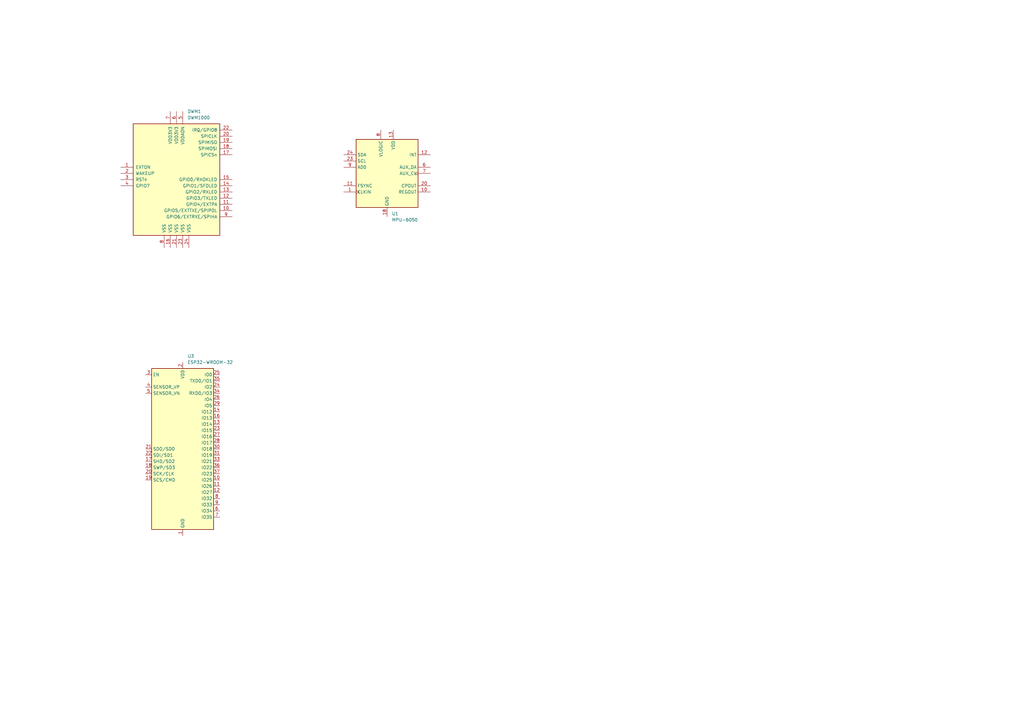
<source format=kicad_sch>
(kicad_sch (version 20230121) (generator eeschema)
  (paper "A3")
  (lib_symbols
    (symbol "RF_Module:DWM1000" (pin_names (offset 1.016))
      (property "Reference" "DWM" (at 7.62 25.4 0))
      (property "Value" "DWM1000" (at 1.27 3.81 0))
      (symbol "DWM1000_0_1"
        (rectangle (start 17.78 22.86) (end -17.78 -22.86) (stroke (width 0.254)) (fill (type background)))
      )
      (symbol "DWM1000_1_1"
        (pin output line (at -22.86 5.08 0) (length 5.08) (name "EXTON") (number "1"))
        (pin bidirectional line (at 22.86 -12.7 180) (length 5.08) (name "GPIO5/EXTTXE/SPIPOL") (number "10"))
        (pin bidirectional line (at 22.86 -10.16 180) (length 5.08) (name "GPIO4/EXTPA") (number "11"))
        (pin bidirectional line (at 22.86 -7.62 180) (length 5.08) (name "GPIO3/TXLED") (number "12"))
        (pin bidirectional line (at 22.86 -5.08 180) (length 5.08) (name "GPIO2/RXLED") (number "13"))
        (pin bidirectional line (at 22.86 -2.54 180) (length 5.08) (name "GPIO1/SFDLED") (number "14"))
        (pin bidirectional line (at 22.86 0 180) (length 5.08) (name "GPIO0/RXOKLED") (number "15"))
        (pin power_in line (at -2.54 -27.94 90) (length 5.08) (name "VSS") (number "16"))
        (pin input line (at 22.86 10.16 180) (length 5.08) (name "SPICSn") (number "17"))
        (pin input line (at 22.86 12.7 180) (length 5.08) (name "SPIMOSI") (number "18"))
        (pin output line (at 22.86 15.24 180) (length 5.08) (name "SPIMISO") (number "19"))
        (pin bidirectional line (at -22.86 2.54 0) (length 5.08) (name "WAKEUP") (number "2"))
        (pin input line (at 22.86 17.78 180) (length 5.08) (name "SPICLK") (number "20"))
        (pin power_in line (at 0 -27.94 90) (length 5.08) (name "VSS") (number "21"))
        (pin bidirectional line (at 22.86 20.32 180) (length 5.08) (name "IRQ/GPIO8") (number "22"))
        (pin power_in line (at 2.54 -27.94 90) (length 5.08) (name "VSS") (number "23"))
        (pin power_in line (at 5.08 -27.94 90) (length 5.08) (name "VSS") (number "24"))
        (pin bidirectional line (at -22.86 0 0) (length 5.08) (name "RSTn") (number "3"))
        (pin bidirectional line (at -22.86 -2.54 0) (length 5.08) (name "GPIO7") (number "4"))
        (pin power_in line (at 2.54 27.94 270) (length 5.08) (name "VDDAON") (number "5"))
        (pin power_in line (at 0 27.94 270) (length 5.08) (name "VDD3V3") (number "6"))
        (pin power_in line (at -2.54 27.94 270) (length 5.08) (name "VDD3V3") (number "7"))
        (pin power_in line (at -5.08 -27.94 90) (length 5.08) (name "VSS") (number "8"))
        (pin bidirectional line (at 22.86 -15.24 180) (length 5.08) (name "GPIO6/EXTRXE/SPIHA") (number "9"))
      )
    )
    (symbol "RF_Module:ESP32-WROOM-32"
      (property "Reference" "U" (at -12.7 34.29 0))
      (property "Value" "ESP32-WROOM-32" (at 1.27 34.29 0))
      (symbol "ESP32-WROOM-32_0_1"
        (rectangle (start -12.7 33.02) (end 12.7 -33.02) (stroke (width 0.254)) (fill (type background)))
      )
      (symbol "ESP32-WROOM-32_1_1"
        (pin power_in line (at 0 -35.56 90) (length 2.54) (name "GND") (number "1"))
        (pin bidirectional line (at 15.24 -12.7 180) (length 2.54) (name "IO25") (number "10"))
        (pin bidirectional line (at 15.24 -15.24 180) (length 2.54) (name "IO26") (number "11"))
        (pin bidirectional line (at 15.24 -17.78 180) (length 2.54) (name "IO27") (number "12"))
        (pin bidirectional line (at 15.24 10.16 180) (length 2.54) (name "IO14") (number "13"))
        (pin bidirectional line (at 15.24 15.24 180) (length 2.54) (name "IO12") (number "14"))
        (pin passive line (at 0 -35.56 90) (length 2.54) hide (name "GND") (number "15"))
        (pin bidirectional line (at 15.24 12.7 180) (length 2.54) (name "IO13") (number "16"))
        (pin bidirectional line (at -15.24 -5.08 0) (length 2.54) (name "SHD/SD2") (number "17"))
        (pin bidirectional line (at -15.24 -7.62 0) (length 2.54) (name "SWP/SD3") (number "18"))
        (pin bidirectional line (at -15.24 -12.7 0) (length 2.54) (name "SCS/CMD") (number "19"))
        (pin power_in line (at 0 35.56 270) (length 2.54) (name "VDD") (number "2"))
        (pin bidirectional line (at -15.24 -10.16 0) (length 2.54) (name "SCK/CLK") (number "20"))
        (pin bidirectional line (at -15.24 0 0) (length 2.54) (name "SDO/SD0") (number "21"))
        (pin bidirectional line (at -15.24 -2.54 0) (length 2.54) (name "SDI/SD1") (number "22"))
        (pin bidirectional line (at 15.24 7.62 180) (length 2.54) (name "IO15") (number "23"))
        (pin bidirectional line (at 15.24 25.4 180) (length 2.54) (name "IO2") (number "24"))
        (pin bidirectional line (at 15.24 30.48 180) (length 2.54) (name "IO0") (number "25"))
        (pin bidirectional line (at 15.24 20.32 180) (length 2.54) (name "IO4") (number "26"))
        (pin bidirectional line (at 15.24 5.08 180) (length 2.54) (name "IO16") (number "27"))
        (pin bidirectional line (at 15.24 2.54 180) (length 2.54) (name "IO17") (number "28"))
        (pin bidirectional line (at 15.24 17.78 180) (length 2.54) (name "IO5") (number "29"))
        (pin input line (at -15.24 30.48 0) (length 2.54) (name "EN") (number "3"))
        (pin bidirectional line (at 15.24 0 180) (length 2.54) (name "IO18") (number "30"))
        (pin bidirectional line (at 15.24 -2.54 180) (length 2.54) (name "IO19") (number "31"))
        (pin no_connect line (at -12.7 -27.94 0) (length 2.54) hide (name "NC") (number "32"))
        (pin bidirectional line (at 15.24 -5.08 180) (length 2.54) (name "IO21") (number "33"))
        (pin bidirectional line (at 15.24 22.86 180) (length 2.54) (name "RXD0/IO3") (number "34"))
        (pin bidirectional line (at 15.24 27.94 180) (length 2.54) (name "TXD0/IO1") (number "35"))
        (pin bidirectional line (at 15.24 -7.62 180) (length 2.54) (name "IO22") (number "36"))
        (pin bidirectional line (at 15.24 -10.16 180) (length 2.54) (name "IO23") (number "37"))
        (pin passive line (at 0 -35.56 90) (length 2.54) hide (name "GND") (number "38"))
        (pin passive line (at 0 -35.56 90) (length 2.54) hide (name "GND") (number "39"))
        (pin input line (at -15.24 25.4 0) (length 2.54) (name "SENSOR_VP") (number "4"))
        (pin input line (at -15.24 22.86 0) (length 2.54) (name "SENSOR_VN") (number "5"))
        (pin input line (at 15.24 -25.4 180) (length 2.54) (name "IO34") (number "6"))
        (pin input line (at 15.24 -27.94 180) (length 2.54) (name "IO35") (number "7"))
        (pin bidirectional line (at 15.24 -20.32 180) (length 2.54) (name "IO32") (number "8"))
        (pin bidirectional line (at 15.24 -22.86 180) (length 2.54) (name "IO33") (number "9"))
      )
    )
    (symbol "Sensor_Motion:MPU-6050"
      (property "Reference" "U" (at -11.43 13.97 0))
      (property "Value" "MPU-6050" (at 7.62 -15.24 0))
      (symbol "MPU-6050_0_0"
        (text "" (at 12.7 -2.54 0) (effects (font (size 1.27 1.27))))
      )
      (symbol "MPU-6050_0_1"
        (rectangle (start -12.7 13.97) (end 12.7 -13.97) (stroke (width 0.254)) (fill (type background)))
      )
      (symbol "MPU-6050_1_1"
        (pin input clock (at -17.78 -7.62 0) (length 5.08) (name "CLKIN") (number "1"))
        (pin passive line (at 17.78 -7.62 180) (length 5.08) (name "REGOUT") (number "10"))
        (pin input line (at -17.78 -5.08 0) (length 5.08) (name "FSYNC") (number "11"))
        (pin output line (at 17.78 7.62 180) (length 5.08) (name "INT") (number "12"))
        (pin power_in line (at 2.54 17.78 270) (length 3.81) (name "VDD") (number "13"))
        (pin no_connect line (at -12.7 -10.16 0) (length 2.54) hide (name "NC") (number "14"))
        (pin no_connect line (at 12.7 12.7 180) (length 2.54) hide (name "NC") (number "15"))
        (pin no_connect line (at 12.7 10.16 180) (length 2.54) hide (name "NC") (number "16"))
        (pin no_connect line (at 12.7 5.08 180) (length 2.54) hide (name "NC") (number "17"))
        (pin power_in line (at 0 -17.78 90) (length 3.81) (name "GND") (number "18"))
        (pin no_connect line (at 12.7 -10.16 180) (length 2.54) hide (name "RESV") (number "19"))
        (pin no_connect line (at -12.7 12.7 0) (length 2.54) hide (name "NC") (number "2"))
        (pin passive line (at 17.78 -5.08 180) (length 5.08) (name "CPOUT") (number "20"))
        (pin no_connect line (at 12.7 -2.54 180) (length 2.54) hide (name "RESV") (number "21"))
        (pin no_connect line (at 12.7 -12.7 180) (length 2.54) hide (name "RESV") (number "22"))
        (pin input line (at -17.78 5.08 0) (length 5.08) (name "SCL") (number "23"))
        (pin bidirectional line (at -17.78 7.62 0) (length 5.08) (name "SDA") (number "24"))
        (pin no_connect line (at -12.7 10.16 0) (length 2.54) hide (name "NC") (number "3"))
        (pin no_connect line (at -12.7 0 0) (length 2.54) hide (name "NC") (number "4"))
        (pin no_connect line (at -12.7 -2.54 0) (length 2.54) hide (name "NC") (number "5"))
        (pin bidirectional line (at 17.78 2.54 180) (length 5.08) (name "AUX_DA") (number "6"))
        (pin output clock (at 17.78 0 180) (length 5.08) (name "AUX_CL") (number "7"))
        (pin power_in line (at -2.54 17.78 270) (length 3.81) (name "VLOGIC") (number "8"))
        (pin input line (at -17.78 2.54 0) (length 5.08) (name "AD0") (number "9"))
      )
    )
  )
  (symbol (lib_id "RF_Module:DWM1000") (at 72.39 73.66 0) (unit 1)
    (property "Reference" "DWM1" (at 76.8859 45.72 0) (effects (justify left)))
    (property "Value" "DWM1000" (at 76.8859 48.26 0) (effects (justify left)))
    (property "Footprint" "RF_Module:DWM1000" (effects hide))
    (property "Datasheet" "https://www.decawave.com/sites/default/files/resources/dwm1000-datasheet-v1.3.pdf" (effects hide))
  )
  (symbol (lib_id "Sensor_Motion:MPU-6050") (at 158.75 71.12 0) (unit 1)
    (property "Reference" "U1" (at 160.7059 87.63 0) (effects (justify left)))
    (property "Value" "MPU-6050" (at 160.7059 90.17 0) (effects (justify left)))
    (property "Footprint" "Sensor_Motion:InvenSense_QFN-24_4x4mm_P0.5mm" (effects hide))
    (property "Datasheet" "https://invensense.tdk.com/wp-content/uploads/2015/02/MPU-6000-Datasheet1.pdf" (effects hide))
  )
  (symbol (lib_id "RF_Module:ESP32-WROOM-32") (at 74.93 184.15 0) (unit 1)
    (property "Reference" "U3" (at 76.8859 146.05 0) (effects (justify left)))
    (property "Value" "ESP32-WROOM-32" (at 76.8859 148.59 0) (effects (justify left)))
    (property "Footprint" "RF_Module:ESP32-WROOM-32" (effects hide))
    (property "Datasheet" "https://www.espressif.com/sites/default/files/documentation/esp32-wroom-32_datasheet_en.pdf" (effects hide))
  )
)
</source>
